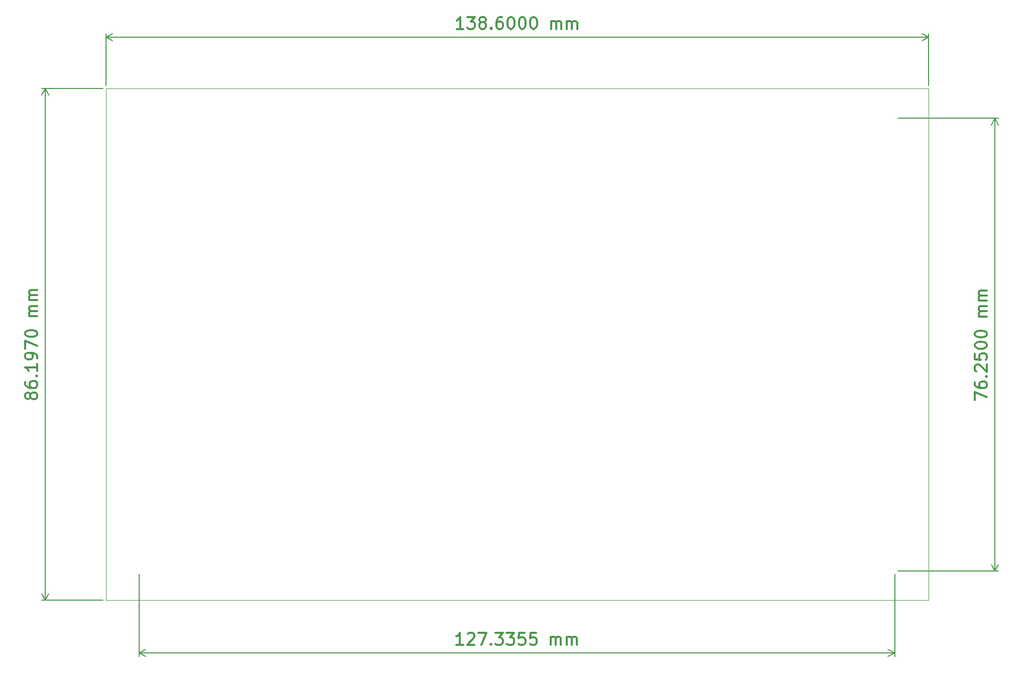
<source format=gbr>
%TF.GenerationSoftware,KiCad,Pcbnew,8.0.1*%
%TF.CreationDate,2024-04-12T11:28:31-03:00*%
%TF.ProjectId,PonchoRema,506f6e63-686f-4526-956d-612e6b696361,rev?*%
%TF.SameCoordinates,Original*%
%TF.FileFunction,Profile,NP*%
%FSLAX46Y46*%
G04 Gerber Fmt 4.6, Leading zero omitted, Abs format (unit mm)*
G04 Created by KiCad (PCBNEW 8.0.1) date 2024-04-12 11:28:31*
%MOMM*%
%LPD*%
G01*
G04 APERTURE LIST*
%TA.AperFunction,Profile*%
%ADD10C,0.100000*%
%TD*%
%ADD11C,0.300000*%
%TA.AperFunction,Profile*%
%ADD12C,0.150000*%
%TD*%
G04 APERTURE END LIST*
D10*
X48300000Y-138020000D02*
X186900000Y-138020000D01*
X48300000Y-51823000D02*
X48300000Y-138020000D01*
X48301639Y-51819557D02*
X186901639Y-51819557D01*
X186900000Y-51820000D02*
X186900000Y-138017000D01*
D11*
X108500472Y-145534609D02*
X107357615Y-145534641D01*
X107929043Y-145534625D02*
X107928988Y-143534625D01*
X107928988Y-143534625D02*
X107738520Y-143820345D01*
X107738520Y-143820345D02*
X107548049Y-144010826D01*
X107548049Y-144010826D02*
X107357576Y-144106069D01*
X109262327Y-143725065D02*
X109357563Y-143629824D01*
X109357563Y-143629824D02*
X109548036Y-143534580D01*
X109548036Y-143534580D02*
X110024227Y-143534567D01*
X110024227Y-143534567D02*
X110214705Y-143629800D01*
X110214705Y-143629800D02*
X110309946Y-143725036D01*
X110309946Y-143725036D02*
X110405190Y-143915509D01*
X110405190Y-143915509D02*
X110405195Y-144105985D01*
X110405195Y-144105985D02*
X110309965Y-144391702D01*
X110309965Y-144391702D02*
X109167139Y-145534591D01*
X109167139Y-145534591D02*
X110405234Y-145534557D01*
X111071846Y-143534539D02*
X112405179Y-143534502D01*
X112405179Y-143534502D02*
X111548091Y-145534526D01*
X113167134Y-145344005D02*
X113262374Y-145439240D01*
X113262374Y-145439240D02*
X113167139Y-145534481D01*
X113167139Y-145534481D02*
X113071898Y-145439246D01*
X113071898Y-145439246D02*
X113167134Y-145344005D01*
X113167134Y-145344005D02*
X113167139Y-145534481D01*
X113928989Y-143534460D02*
X115167084Y-143534426D01*
X115167084Y-143534426D02*
X114500438Y-144296349D01*
X114500438Y-144296349D02*
X114786153Y-144296341D01*
X114786153Y-144296341D02*
X114976631Y-144391574D01*
X114976631Y-144391574D02*
X115071872Y-144486810D01*
X115071872Y-144486810D02*
X115167115Y-144677283D01*
X115167115Y-144677283D02*
X115167129Y-145153474D01*
X115167129Y-145153474D02*
X115071896Y-145343952D01*
X115071896Y-145343952D02*
X114976660Y-145439193D01*
X114976660Y-145439193D02*
X114786187Y-145534437D01*
X114786187Y-145534437D02*
X114214758Y-145534452D01*
X114214758Y-145534452D02*
X114024279Y-145439219D01*
X114024279Y-145439219D02*
X113929039Y-145343984D01*
X115833751Y-143534408D02*
X117071846Y-143534374D01*
X117071846Y-143534374D02*
X116405200Y-144296297D01*
X116405200Y-144296297D02*
X116690915Y-144296289D01*
X116690915Y-144296289D02*
X116881393Y-144391522D01*
X116881393Y-144391522D02*
X116976634Y-144486757D01*
X116976634Y-144486757D02*
X117071877Y-144677231D01*
X117071877Y-144677231D02*
X117071891Y-145153421D01*
X117071891Y-145153421D02*
X116976658Y-145343900D01*
X116976658Y-145343900D02*
X116881422Y-145439141D01*
X116881422Y-145439141D02*
X116690949Y-145534384D01*
X116690949Y-145534384D02*
X116119520Y-145534400D01*
X116119520Y-145534400D02*
X115929041Y-145439167D01*
X115929041Y-145439167D02*
X115833801Y-145343932D01*
X118881370Y-143534324D02*
X117928989Y-143534350D01*
X117928989Y-143534350D02*
X117833777Y-144486734D01*
X117833777Y-144486734D02*
X117929013Y-144391493D01*
X117929013Y-144391493D02*
X118119486Y-144296250D01*
X118119486Y-144296250D02*
X118595677Y-144296237D01*
X118595677Y-144296237D02*
X118786155Y-144391469D01*
X118786155Y-144391469D02*
X118881396Y-144486705D01*
X118881396Y-144486705D02*
X118976639Y-144677178D01*
X118976639Y-144677178D02*
X118976653Y-145153369D01*
X118976653Y-145153369D02*
X118881420Y-145343848D01*
X118881420Y-145343848D02*
X118786184Y-145439088D01*
X118786184Y-145439088D02*
X118595711Y-145534332D01*
X118595711Y-145534332D02*
X118119520Y-145534345D01*
X118119520Y-145534345D02*
X117929041Y-145439112D01*
X117929041Y-145439112D02*
X117833801Y-145343877D01*
X120786132Y-143534272D02*
X119833751Y-143534298D01*
X119833751Y-143534298D02*
X119738539Y-144486681D01*
X119738539Y-144486681D02*
X119833775Y-144391441D01*
X119833775Y-144391441D02*
X120024248Y-144296197D01*
X120024248Y-144296197D02*
X120500439Y-144296184D01*
X120500439Y-144296184D02*
X120690917Y-144391417D01*
X120690917Y-144391417D02*
X120786158Y-144486653D01*
X120786158Y-144486653D02*
X120881401Y-144677126D01*
X120881401Y-144677126D02*
X120881415Y-145153317D01*
X120881415Y-145153317D02*
X120786182Y-145343795D01*
X120786182Y-145343795D02*
X120690946Y-145439036D01*
X120690946Y-145439036D02*
X120500473Y-145534279D01*
X120500473Y-145534279D02*
X120024282Y-145534293D01*
X120024282Y-145534293D02*
X119833803Y-145439060D01*
X119833803Y-145439060D02*
X119738563Y-145343824D01*
X123262378Y-145534204D02*
X123262341Y-144200870D01*
X123262347Y-144391346D02*
X123357582Y-144296106D01*
X123357582Y-144296106D02*
X123548056Y-144200862D01*
X123548056Y-144200862D02*
X123833770Y-144200854D01*
X123833770Y-144200854D02*
X124024249Y-144296087D01*
X124024249Y-144296087D02*
X124119492Y-144486561D01*
X124119492Y-144486561D02*
X124119521Y-145534180D01*
X124119492Y-144486561D02*
X124214725Y-144296082D01*
X124214725Y-144296082D02*
X124405198Y-144200839D01*
X124405198Y-144200839D02*
X124690913Y-144200831D01*
X124690913Y-144200831D02*
X124881392Y-144296064D01*
X124881392Y-144296064D02*
X124976635Y-144486537D01*
X124976635Y-144486537D02*
X124976664Y-145534156D01*
X125929045Y-145534130D02*
X125929008Y-144200797D01*
X125929014Y-144391273D02*
X126024249Y-144296032D01*
X126024249Y-144296032D02*
X126214723Y-144200789D01*
X126214723Y-144200789D02*
X126500437Y-144200781D01*
X126500437Y-144200781D02*
X126690916Y-144296014D01*
X126690916Y-144296014D02*
X126786159Y-144486488D01*
X126786159Y-144486488D02*
X126786188Y-145534107D01*
X126786159Y-144486488D02*
X126881392Y-144296009D01*
X126881392Y-144296009D02*
X127071865Y-144200765D01*
X127071865Y-144200765D02*
X127357580Y-144200758D01*
X127357580Y-144200758D02*
X127548059Y-144295990D01*
X127548059Y-144295990D02*
X127643302Y-144486464D01*
X127643302Y-144486464D02*
X127643331Y-145534083D01*
D12*
X53880014Y-133610000D02*
X53880396Y-147512893D01*
X181215514Y-133606500D02*
X181215896Y-147509393D01*
X53880380Y-146926473D02*
X181215880Y-146922973D01*
X53880380Y-146926473D02*
X181215880Y-146922973D01*
X53880380Y-146926473D02*
X55006868Y-146340021D01*
X53880380Y-146926473D02*
X55006900Y-147512863D01*
X181215880Y-146922973D02*
X180089392Y-147509425D01*
X181215880Y-146922973D02*
X180089360Y-146336583D01*
D11*
X194729638Y-104314833D02*
X194729638Y-102981500D01*
X194729638Y-102981500D02*
X196729638Y-103838643D01*
X194729638Y-101362452D02*
X194729638Y-101743405D01*
X194729638Y-101743405D02*
X194824876Y-101933881D01*
X194824876Y-101933881D02*
X194920114Y-102029119D01*
X194920114Y-102029119D02*
X195205828Y-102219595D01*
X195205828Y-102219595D02*
X195586780Y-102314833D01*
X195586780Y-102314833D02*
X196348685Y-102314833D01*
X196348685Y-102314833D02*
X196539161Y-102219595D01*
X196539161Y-102219595D02*
X196634400Y-102124357D01*
X196634400Y-102124357D02*
X196729638Y-101933881D01*
X196729638Y-101933881D02*
X196729638Y-101552928D01*
X196729638Y-101552928D02*
X196634400Y-101362452D01*
X196634400Y-101362452D02*
X196539161Y-101267214D01*
X196539161Y-101267214D02*
X196348685Y-101171976D01*
X196348685Y-101171976D02*
X195872495Y-101171976D01*
X195872495Y-101171976D02*
X195682019Y-101267214D01*
X195682019Y-101267214D02*
X195586780Y-101362452D01*
X195586780Y-101362452D02*
X195491542Y-101552928D01*
X195491542Y-101552928D02*
X195491542Y-101933881D01*
X195491542Y-101933881D02*
X195586780Y-102124357D01*
X195586780Y-102124357D02*
X195682019Y-102219595D01*
X195682019Y-102219595D02*
X195872495Y-102314833D01*
X196539161Y-100314833D02*
X196634400Y-100219595D01*
X196634400Y-100219595D02*
X196729638Y-100314833D01*
X196729638Y-100314833D02*
X196634400Y-100410071D01*
X196634400Y-100410071D02*
X196539161Y-100314833D01*
X196539161Y-100314833D02*
X196729638Y-100314833D01*
X194920114Y-99457690D02*
X194824876Y-99362452D01*
X194824876Y-99362452D02*
X194729638Y-99171976D01*
X194729638Y-99171976D02*
X194729638Y-98695785D01*
X194729638Y-98695785D02*
X194824876Y-98505309D01*
X194824876Y-98505309D02*
X194920114Y-98410071D01*
X194920114Y-98410071D02*
X195110590Y-98314833D01*
X195110590Y-98314833D02*
X195301066Y-98314833D01*
X195301066Y-98314833D02*
X195586780Y-98410071D01*
X195586780Y-98410071D02*
X196729638Y-99552928D01*
X196729638Y-99552928D02*
X196729638Y-98314833D01*
X194729638Y-96505309D02*
X194729638Y-97457690D01*
X194729638Y-97457690D02*
X195682019Y-97552928D01*
X195682019Y-97552928D02*
X195586780Y-97457690D01*
X195586780Y-97457690D02*
X195491542Y-97267214D01*
X195491542Y-97267214D02*
X195491542Y-96791023D01*
X195491542Y-96791023D02*
X195586780Y-96600547D01*
X195586780Y-96600547D02*
X195682019Y-96505309D01*
X195682019Y-96505309D02*
X195872495Y-96410071D01*
X195872495Y-96410071D02*
X196348685Y-96410071D01*
X196348685Y-96410071D02*
X196539161Y-96505309D01*
X196539161Y-96505309D02*
X196634400Y-96600547D01*
X196634400Y-96600547D02*
X196729638Y-96791023D01*
X196729638Y-96791023D02*
X196729638Y-97267214D01*
X196729638Y-97267214D02*
X196634400Y-97457690D01*
X196634400Y-97457690D02*
X196539161Y-97552928D01*
X194729638Y-95171976D02*
X194729638Y-94981499D01*
X194729638Y-94981499D02*
X194824876Y-94791023D01*
X194824876Y-94791023D02*
X194920114Y-94695785D01*
X194920114Y-94695785D02*
X195110590Y-94600547D01*
X195110590Y-94600547D02*
X195491542Y-94505309D01*
X195491542Y-94505309D02*
X195967733Y-94505309D01*
X195967733Y-94505309D02*
X196348685Y-94600547D01*
X196348685Y-94600547D02*
X196539161Y-94695785D01*
X196539161Y-94695785D02*
X196634400Y-94791023D01*
X196634400Y-94791023D02*
X196729638Y-94981499D01*
X196729638Y-94981499D02*
X196729638Y-95171976D01*
X196729638Y-95171976D02*
X196634400Y-95362452D01*
X196634400Y-95362452D02*
X196539161Y-95457690D01*
X196539161Y-95457690D02*
X196348685Y-95552928D01*
X196348685Y-95552928D02*
X195967733Y-95648166D01*
X195967733Y-95648166D02*
X195491542Y-95648166D01*
X195491542Y-95648166D02*
X195110590Y-95552928D01*
X195110590Y-95552928D02*
X194920114Y-95457690D01*
X194920114Y-95457690D02*
X194824876Y-95362452D01*
X194824876Y-95362452D02*
X194729638Y-95171976D01*
X194729638Y-93267214D02*
X194729638Y-93076737D01*
X194729638Y-93076737D02*
X194824876Y-92886261D01*
X194824876Y-92886261D02*
X194920114Y-92791023D01*
X194920114Y-92791023D02*
X195110590Y-92695785D01*
X195110590Y-92695785D02*
X195491542Y-92600547D01*
X195491542Y-92600547D02*
X195967733Y-92600547D01*
X195967733Y-92600547D02*
X196348685Y-92695785D01*
X196348685Y-92695785D02*
X196539161Y-92791023D01*
X196539161Y-92791023D02*
X196634400Y-92886261D01*
X196634400Y-92886261D02*
X196729638Y-93076737D01*
X196729638Y-93076737D02*
X196729638Y-93267214D01*
X196729638Y-93267214D02*
X196634400Y-93457690D01*
X196634400Y-93457690D02*
X196539161Y-93552928D01*
X196539161Y-93552928D02*
X196348685Y-93648166D01*
X196348685Y-93648166D02*
X195967733Y-93743404D01*
X195967733Y-93743404D02*
X195491542Y-93743404D01*
X195491542Y-93743404D02*
X195110590Y-93648166D01*
X195110590Y-93648166D02*
X194920114Y-93552928D01*
X194920114Y-93552928D02*
X194824876Y-93457690D01*
X194824876Y-93457690D02*
X194729638Y-93267214D01*
X196729638Y-90219594D02*
X195396304Y-90219594D01*
X195586780Y-90219594D02*
X195491542Y-90124356D01*
X195491542Y-90124356D02*
X195396304Y-89933880D01*
X195396304Y-89933880D02*
X195396304Y-89648165D01*
X195396304Y-89648165D02*
X195491542Y-89457689D01*
X195491542Y-89457689D02*
X195682019Y-89362451D01*
X195682019Y-89362451D02*
X196729638Y-89362451D01*
X195682019Y-89362451D02*
X195491542Y-89267213D01*
X195491542Y-89267213D02*
X195396304Y-89076737D01*
X195396304Y-89076737D02*
X195396304Y-88791023D01*
X195396304Y-88791023D02*
X195491542Y-88600546D01*
X195491542Y-88600546D02*
X195682019Y-88505308D01*
X195682019Y-88505308D02*
X196729638Y-88505308D01*
X196729638Y-87552927D02*
X195396304Y-87552927D01*
X195586780Y-87552927D02*
X195491542Y-87457689D01*
X195491542Y-87457689D02*
X195396304Y-87267213D01*
X195396304Y-87267213D02*
X195396304Y-86981498D01*
X195396304Y-86981498D02*
X195491542Y-86791022D01*
X195491542Y-86791022D02*
X195682019Y-86695784D01*
X195682019Y-86695784D02*
X196729638Y-86695784D01*
X195682019Y-86695784D02*
X195491542Y-86600546D01*
X195491542Y-86600546D02*
X195396304Y-86410070D01*
X195396304Y-86410070D02*
X195396304Y-86124356D01*
X195396304Y-86124356D02*
X195491542Y-85933879D01*
X195491542Y-85933879D02*
X195682019Y-85838641D01*
X195682019Y-85838641D02*
X196729638Y-85838641D01*
D12*
X181715500Y-56856500D02*
X198706420Y-56856500D01*
X181715500Y-133106500D02*
X198706420Y-133106500D01*
X198120000Y-56856500D02*
X198120000Y-133106500D01*
X198120000Y-56856500D02*
X198120000Y-133106500D01*
X198120000Y-56856500D02*
X198706421Y-57983004D01*
X198120000Y-56856500D02*
X197533579Y-57983004D01*
X198120000Y-133106500D02*
X197533579Y-131979996D01*
X198120000Y-133106500D02*
X198706421Y-131979996D01*
D11*
X108554019Y-41789638D02*
X107411162Y-41789638D01*
X107982590Y-41789638D02*
X107982590Y-39789638D01*
X107982590Y-39789638D02*
X107792114Y-40075352D01*
X107792114Y-40075352D02*
X107601638Y-40265828D01*
X107601638Y-40265828D02*
X107411162Y-40361066D01*
X109220686Y-39789638D02*
X110458781Y-39789638D01*
X110458781Y-39789638D02*
X109792114Y-40551542D01*
X109792114Y-40551542D02*
X110077829Y-40551542D01*
X110077829Y-40551542D02*
X110268305Y-40646780D01*
X110268305Y-40646780D02*
X110363543Y-40742019D01*
X110363543Y-40742019D02*
X110458781Y-40932495D01*
X110458781Y-40932495D02*
X110458781Y-41408685D01*
X110458781Y-41408685D02*
X110363543Y-41599161D01*
X110363543Y-41599161D02*
X110268305Y-41694400D01*
X110268305Y-41694400D02*
X110077829Y-41789638D01*
X110077829Y-41789638D02*
X109506400Y-41789638D01*
X109506400Y-41789638D02*
X109315924Y-41694400D01*
X109315924Y-41694400D02*
X109220686Y-41599161D01*
X111601638Y-40646780D02*
X111411162Y-40551542D01*
X111411162Y-40551542D02*
X111315924Y-40456304D01*
X111315924Y-40456304D02*
X111220686Y-40265828D01*
X111220686Y-40265828D02*
X111220686Y-40170590D01*
X111220686Y-40170590D02*
X111315924Y-39980114D01*
X111315924Y-39980114D02*
X111411162Y-39884876D01*
X111411162Y-39884876D02*
X111601638Y-39789638D01*
X111601638Y-39789638D02*
X111982591Y-39789638D01*
X111982591Y-39789638D02*
X112173067Y-39884876D01*
X112173067Y-39884876D02*
X112268305Y-39980114D01*
X112268305Y-39980114D02*
X112363543Y-40170590D01*
X112363543Y-40170590D02*
X112363543Y-40265828D01*
X112363543Y-40265828D02*
X112268305Y-40456304D01*
X112268305Y-40456304D02*
X112173067Y-40551542D01*
X112173067Y-40551542D02*
X111982591Y-40646780D01*
X111982591Y-40646780D02*
X111601638Y-40646780D01*
X111601638Y-40646780D02*
X111411162Y-40742019D01*
X111411162Y-40742019D02*
X111315924Y-40837257D01*
X111315924Y-40837257D02*
X111220686Y-41027733D01*
X111220686Y-41027733D02*
X111220686Y-41408685D01*
X111220686Y-41408685D02*
X111315924Y-41599161D01*
X111315924Y-41599161D02*
X111411162Y-41694400D01*
X111411162Y-41694400D02*
X111601638Y-41789638D01*
X111601638Y-41789638D02*
X111982591Y-41789638D01*
X111982591Y-41789638D02*
X112173067Y-41694400D01*
X112173067Y-41694400D02*
X112268305Y-41599161D01*
X112268305Y-41599161D02*
X112363543Y-41408685D01*
X112363543Y-41408685D02*
X112363543Y-41027733D01*
X112363543Y-41027733D02*
X112268305Y-40837257D01*
X112268305Y-40837257D02*
X112173067Y-40742019D01*
X112173067Y-40742019D02*
X111982591Y-40646780D01*
X113220686Y-41599161D02*
X113315924Y-41694400D01*
X113315924Y-41694400D02*
X113220686Y-41789638D01*
X113220686Y-41789638D02*
X113125448Y-41694400D01*
X113125448Y-41694400D02*
X113220686Y-41599161D01*
X113220686Y-41599161D02*
X113220686Y-41789638D01*
X115030210Y-39789638D02*
X114649257Y-39789638D01*
X114649257Y-39789638D02*
X114458781Y-39884876D01*
X114458781Y-39884876D02*
X114363543Y-39980114D01*
X114363543Y-39980114D02*
X114173067Y-40265828D01*
X114173067Y-40265828D02*
X114077829Y-40646780D01*
X114077829Y-40646780D02*
X114077829Y-41408685D01*
X114077829Y-41408685D02*
X114173067Y-41599161D01*
X114173067Y-41599161D02*
X114268305Y-41694400D01*
X114268305Y-41694400D02*
X114458781Y-41789638D01*
X114458781Y-41789638D02*
X114839734Y-41789638D01*
X114839734Y-41789638D02*
X115030210Y-41694400D01*
X115030210Y-41694400D02*
X115125448Y-41599161D01*
X115125448Y-41599161D02*
X115220686Y-41408685D01*
X115220686Y-41408685D02*
X115220686Y-40932495D01*
X115220686Y-40932495D02*
X115125448Y-40742019D01*
X115125448Y-40742019D02*
X115030210Y-40646780D01*
X115030210Y-40646780D02*
X114839734Y-40551542D01*
X114839734Y-40551542D02*
X114458781Y-40551542D01*
X114458781Y-40551542D02*
X114268305Y-40646780D01*
X114268305Y-40646780D02*
X114173067Y-40742019D01*
X114173067Y-40742019D02*
X114077829Y-40932495D01*
X116458781Y-39789638D02*
X116649258Y-39789638D01*
X116649258Y-39789638D02*
X116839734Y-39884876D01*
X116839734Y-39884876D02*
X116934972Y-39980114D01*
X116934972Y-39980114D02*
X117030210Y-40170590D01*
X117030210Y-40170590D02*
X117125448Y-40551542D01*
X117125448Y-40551542D02*
X117125448Y-41027733D01*
X117125448Y-41027733D02*
X117030210Y-41408685D01*
X117030210Y-41408685D02*
X116934972Y-41599161D01*
X116934972Y-41599161D02*
X116839734Y-41694400D01*
X116839734Y-41694400D02*
X116649258Y-41789638D01*
X116649258Y-41789638D02*
X116458781Y-41789638D01*
X116458781Y-41789638D02*
X116268305Y-41694400D01*
X116268305Y-41694400D02*
X116173067Y-41599161D01*
X116173067Y-41599161D02*
X116077829Y-41408685D01*
X116077829Y-41408685D02*
X115982591Y-41027733D01*
X115982591Y-41027733D02*
X115982591Y-40551542D01*
X115982591Y-40551542D02*
X116077829Y-40170590D01*
X116077829Y-40170590D02*
X116173067Y-39980114D01*
X116173067Y-39980114D02*
X116268305Y-39884876D01*
X116268305Y-39884876D02*
X116458781Y-39789638D01*
X118363543Y-39789638D02*
X118554020Y-39789638D01*
X118554020Y-39789638D02*
X118744496Y-39884876D01*
X118744496Y-39884876D02*
X118839734Y-39980114D01*
X118839734Y-39980114D02*
X118934972Y-40170590D01*
X118934972Y-40170590D02*
X119030210Y-40551542D01*
X119030210Y-40551542D02*
X119030210Y-41027733D01*
X119030210Y-41027733D02*
X118934972Y-41408685D01*
X118934972Y-41408685D02*
X118839734Y-41599161D01*
X118839734Y-41599161D02*
X118744496Y-41694400D01*
X118744496Y-41694400D02*
X118554020Y-41789638D01*
X118554020Y-41789638D02*
X118363543Y-41789638D01*
X118363543Y-41789638D02*
X118173067Y-41694400D01*
X118173067Y-41694400D02*
X118077829Y-41599161D01*
X118077829Y-41599161D02*
X117982591Y-41408685D01*
X117982591Y-41408685D02*
X117887353Y-41027733D01*
X117887353Y-41027733D02*
X117887353Y-40551542D01*
X117887353Y-40551542D02*
X117982591Y-40170590D01*
X117982591Y-40170590D02*
X118077829Y-39980114D01*
X118077829Y-39980114D02*
X118173067Y-39884876D01*
X118173067Y-39884876D02*
X118363543Y-39789638D01*
X120268305Y-39789638D02*
X120458782Y-39789638D01*
X120458782Y-39789638D02*
X120649258Y-39884876D01*
X120649258Y-39884876D02*
X120744496Y-39980114D01*
X120744496Y-39980114D02*
X120839734Y-40170590D01*
X120839734Y-40170590D02*
X120934972Y-40551542D01*
X120934972Y-40551542D02*
X120934972Y-41027733D01*
X120934972Y-41027733D02*
X120839734Y-41408685D01*
X120839734Y-41408685D02*
X120744496Y-41599161D01*
X120744496Y-41599161D02*
X120649258Y-41694400D01*
X120649258Y-41694400D02*
X120458782Y-41789638D01*
X120458782Y-41789638D02*
X120268305Y-41789638D01*
X120268305Y-41789638D02*
X120077829Y-41694400D01*
X120077829Y-41694400D02*
X119982591Y-41599161D01*
X119982591Y-41599161D02*
X119887353Y-41408685D01*
X119887353Y-41408685D02*
X119792115Y-41027733D01*
X119792115Y-41027733D02*
X119792115Y-40551542D01*
X119792115Y-40551542D02*
X119887353Y-40170590D01*
X119887353Y-40170590D02*
X119982591Y-39980114D01*
X119982591Y-39980114D02*
X120077829Y-39884876D01*
X120077829Y-39884876D02*
X120268305Y-39789638D01*
X123315925Y-41789638D02*
X123315925Y-40456304D01*
X123315925Y-40646780D02*
X123411163Y-40551542D01*
X123411163Y-40551542D02*
X123601639Y-40456304D01*
X123601639Y-40456304D02*
X123887354Y-40456304D01*
X123887354Y-40456304D02*
X124077830Y-40551542D01*
X124077830Y-40551542D02*
X124173068Y-40742019D01*
X124173068Y-40742019D02*
X124173068Y-41789638D01*
X124173068Y-40742019D02*
X124268306Y-40551542D01*
X124268306Y-40551542D02*
X124458782Y-40456304D01*
X124458782Y-40456304D02*
X124744496Y-40456304D01*
X124744496Y-40456304D02*
X124934973Y-40551542D01*
X124934973Y-40551542D02*
X125030211Y-40742019D01*
X125030211Y-40742019D02*
X125030211Y-41789638D01*
X125982592Y-41789638D02*
X125982592Y-40456304D01*
X125982592Y-40646780D02*
X126077830Y-40551542D01*
X126077830Y-40551542D02*
X126268306Y-40456304D01*
X126268306Y-40456304D02*
X126554021Y-40456304D01*
X126554021Y-40456304D02*
X126744497Y-40551542D01*
X126744497Y-40551542D02*
X126839735Y-40742019D01*
X126839735Y-40742019D02*
X126839735Y-41789638D01*
X126839735Y-40742019D02*
X126934973Y-40551542D01*
X126934973Y-40551542D02*
X127125449Y-40456304D01*
X127125449Y-40456304D02*
X127411163Y-40456304D01*
X127411163Y-40456304D02*
X127601640Y-40551542D01*
X127601640Y-40551542D02*
X127696878Y-40742019D01*
X127696878Y-40742019D02*
X127696878Y-41789638D01*
D12*
X48301639Y-51319557D02*
X48301639Y-42593580D01*
X186901639Y-51319557D02*
X186901639Y-42593580D01*
X48301639Y-43180000D02*
X186901639Y-43180000D01*
X48301639Y-43180000D02*
X186901639Y-43180000D01*
X48301639Y-43180000D02*
X49428143Y-42593579D01*
X48301639Y-43180000D02*
X49428143Y-43766421D01*
X186901639Y-43180000D02*
X185775135Y-43766421D01*
X186901639Y-43180000D02*
X185775135Y-42593579D01*
D11*
X35566780Y-103778643D02*
X35471542Y-103969119D01*
X35471542Y-103969119D02*
X35376304Y-104064357D01*
X35376304Y-104064357D02*
X35185828Y-104159595D01*
X35185828Y-104159595D02*
X35090590Y-104159595D01*
X35090590Y-104159595D02*
X34900114Y-104064357D01*
X34900114Y-104064357D02*
X34804876Y-103969119D01*
X34804876Y-103969119D02*
X34709638Y-103778643D01*
X34709638Y-103778643D02*
X34709638Y-103397690D01*
X34709638Y-103397690D02*
X34804876Y-103207214D01*
X34804876Y-103207214D02*
X34900114Y-103111976D01*
X34900114Y-103111976D02*
X35090590Y-103016738D01*
X35090590Y-103016738D02*
X35185828Y-103016738D01*
X35185828Y-103016738D02*
X35376304Y-103111976D01*
X35376304Y-103111976D02*
X35471542Y-103207214D01*
X35471542Y-103207214D02*
X35566780Y-103397690D01*
X35566780Y-103397690D02*
X35566780Y-103778643D01*
X35566780Y-103778643D02*
X35662019Y-103969119D01*
X35662019Y-103969119D02*
X35757257Y-104064357D01*
X35757257Y-104064357D02*
X35947733Y-104159595D01*
X35947733Y-104159595D02*
X36328685Y-104159595D01*
X36328685Y-104159595D02*
X36519161Y-104064357D01*
X36519161Y-104064357D02*
X36614400Y-103969119D01*
X36614400Y-103969119D02*
X36709638Y-103778643D01*
X36709638Y-103778643D02*
X36709638Y-103397690D01*
X36709638Y-103397690D02*
X36614400Y-103207214D01*
X36614400Y-103207214D02*
X36519161Y-103111976D01*
X36519161Y-103111976D02*
X36328685Y-103016738D01*
X36328685Y-103016738D02*
X35947733Y-103016738D01*
X35947733Y-103016738D02*
X35757257Y-103111976D01*
X35757257Y-103111976D02*
X35662019Y-103207214D01*
X35662019Y-103207214D02*
X35566780Y-103397690D01*
X34709638Y-101302452D02*
X34709638Y-101683405D01*
X34709638Y-101683405D02*
X34804876Y-101873881D01*
X34804876Y-101873881D02*
X34900114Y-101969119D01*
X34900114Y-101969119D02*
X35185828Y-102159595D01*
X35185828Y-102159595D02*
X35566780Y-102254833D01*
X35566780Y-102254833D02*
X36328685Y-102254833D01*
X36328685Y-102254833D02*
X36519161Y-102159595D01*
X36519161Y-102159595D02*
X36614400Y-102064357D01*
X36614400Y-102064357D02*
X36709638Y-101873881D01*
X36709638Y-101873881D02*
X36709638Y-101492928D01*
X36709638Y-101492928D02*
X36614400Y-101302452D01*
X36614400Y-101302452D02*
X36519161Y-101207214D01*
X36519161Y-101207214D02*
X36328685Y-101111976D01*
X36328685Y-101111976D02*
X35852495Y-101111976D01*
X35852495Y-101111976D02*
X35662019Y-101207214D01*
X35662019Y-101207214D02*
X35566780Y-101302452D01*
X35566780Y-101302452D02*
X35471542Y-101492928D01*
X35471542Y-101492928D02*
X35471542Y-101873881D01*
X35471542Y-101873881D02*
X35566780Y-102064357D01*
X35566780Y-102064357D02*
X35662019Y-102159595D01*
X35662019Y-102159595D02*
X35852495Y-102254833D01*
X36519161Y-100254833D02*
X36614400Y-100159595D01*
X36614400Y-100159595D02*
X36709638Y-100254833D01*
X36709638Y-100254833D02*
X36614400Y-100350071D01*
X36614400Y-100350071D02*
X36519161Y-100254833D01*
X36519161Y-100254833D02*
X36709638Y-100254833D01*
X36709638Y-98254833D02*
X36709638Y-99397690D01*
X36709638Y-98826262D02*
X34709638Y-98826262D01*
X34709638Y-98826262D02*
X34995352Y-99016738D01*
X34995352Y-99016738D02*
X35185828Y-99207214D01*
X35185828Y-99207214D02*
X35281066Y-99397690D01*
X36709638Y-97302452D02*
X36709638Y-96921500D01*
X36709638Y-96921500D02*
X36614400Y-96731023D01*
X36614400Y-96731023D02*
X36519161Y-96635785D01*
X36519161Y-96635785D02*
X36233447Y-96445309D01*
X36233447Y-96445309D02*
X35852495Y-96350071D01*
X35852495Y-96350071D02*
X35090590Y-96350071D01*
X35090590Y-96350071D02*
X34900114Y-96445309D01*
X34900114Y-96445309D02*
X34804876Y-96540547D01*
X34804876Y-96540547D02*
X34709638Y-96731023D01*
X34709638Y-96731023D02*
X34709638Y-97111976D01*
X34709638Y-97111976D02*
X34804876Y-97302452D01*
X34804876Y-97302452D02*
X34900114Y-97397690D01*
X34900114Y-97397690D02*
X35090590Y-97492928D01*
X35090590Y-97492928D02*
X35566780Y-97492928D01*
X35566780Y-97492928D02*
X35757257Y-97397690D01*
X35757257Y-97397690D02*
X35852495Y-97302452D01*
X35852495Y-97302452D02*
X35947733Y-97111976D01*
X35947733Y-97111976D02*
X35947733Y-96731023D01*
X35947733Y-96731023D02*
X35852495Y-96540547D01*
X35852495Y-96540547D02*
X35757257Y-96445309D01*
X35757257Y-96445309D02*
X35566780Y-96350071D01*
X34709638Y-95683404D02*
X34709638Y-94350071D01*
X34709638Y-94350071D02*
X36709638Y-95207214D01*
X34709638Y-93207214D02*
X34709638Y-93016737D01*
X34709638Y-93016737D02*
X34804876Y-92826261D01*
X34804876Y-92826261D02*
X34900114Y-92731023D01*
X34900114Y-92731023D02*
X35090590Y-92635785D01*
X35090590Y-92635785D02*
X35471542Y-92540547D01*
X35471542Y-92540547D02*
X35947733Y-92540547D01*
X35947733Y-92540547D02*
X36328685Y-92635785D01*
X36328685Y-92635785D02*
X36519161Y-92731023D01*
X36519161Y-92731023D02*
X36614400Y-92826261D01*
X36614400Y-92826261D02*
X36709638Y-93016737D01*
X36709638Y-93016737D02*
X36709638Y-93207214D01*
X36709638Y-93207214D02*
X36614400Y-93397690D01*
X36614400Y-93397690D02*
X36519161Y-93492928D01*
X36519161Y-93492928D02*
X36328685Y-93588166D01*
X36328685Y-93588166D02*
X35947733Y-93683404D01*
X35947733Y-93683404D02*
X35471542Y-93683404D01*
X35471542Y-93683404D02*
X35090590Y-93588166D01*
X35090590Y-93588166D02*
X34900114Y-93492928D01*
X34900114Y-93492928D02*
X34804876Y-93397690D01*
X34804876Y-93397690D02*
X34709638Y-93207214D01*
X36709638Y-90159594D02*
X35376304Y-90159594D01*
X35566780Y-90159594D02*
X35471542Y-90064356D01*
X35471542Y-90064356D02*
X35376304Y-89873880D01*
X35376304Y-89873880D02*
X35376304Y-89588165D01*
X35376304Y-89588165D02*
X35471542Y-89397689D01*
X35471542Y-89397689D02*
X35662019Y-89302451D01*
X35662019Y-89302451D02*
X36709638Y-89302451D01*
X35662019Y-89302451D02*
X35471542Y-89207213D01*
X35471542Y-89207213D02*
X35376304Y-89016737D01*
X35376304Y-89016737D02*
X35376304Y-88731023D01*
X35376304Y-88731023D02*
X35471542Y-88540546D01*
X35471542Y-88540546D02*
X35662019Y-88445308D01*
X35662019Y-88445308D02*
X36709638Y-88445308D01*
X36709638Y-87492927D02*
X35376304Y-87492927D01*
X35566780Y-87492927D02*
X35471542Y-87397689D01*
X35471542Y-87397689D02*
X35376304Y-87207213D01*
X35376304Y-87207213D02*
X35376304Y-86921498D01*
X35376304Y-86921498D02*
X35471542Y-86731022D01*
X35471542Y-86731022D02*
X35662019Y-86635784D01*
X35662019Y-86635784D02*
X36709638Y-86635784D01*
X35662019Y-86635784D02*
X35471542Y-86540546D01*
X35471542Y-86540546D02*
X35376304Y-86350070D01*
X35376304Y-86350070D02*
X35376304Y-86064356D01*
X35376304Y-86064356D02*
X35471542Y-85873879D01*
X35471542Y-85873879D02*
X35662019Y-85778641D01*
X35662019Y-85778641D02*
X36709638Y-85778641D01*
D12*
X47800000Y-51823000D02*
X37513580Y-51823000D01*
X47800000Y-138020000D02*
X37513580Y-138020000D01*
X38100000Y-51823000D02*
X38100000Y-138020000D01*
X38100000Y-51823000D02*
X38100000Y-138020000D01*
X38100000Y-51823000D02*
X38686421Y-52949504D01*
X38100000Y-51823000D02*
X37513579Y-52949504D01*
X38100000Y-138020000D02*
X37513579Y-136893496D01*
X38100000Y-138020000D02*
X38686421Y-136893496D01*
M02*

</source>
